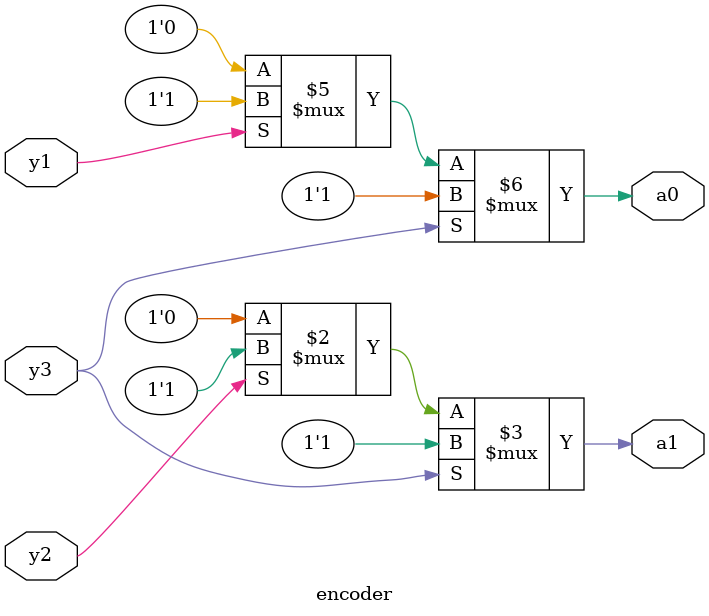
<source format=v>
module encoder(output a0,a1, input y3,y2,y1);

    assign a1 = y3 ? y2 ? 1'b1 : 1'b1 : y2 ? 1'b1 : 1'b0;
    assign a0 = y3 ? y1 ? 1'b1 : 1'b1 : y1 ? 1'b1 : 1'b0;

endmodule
</source>
